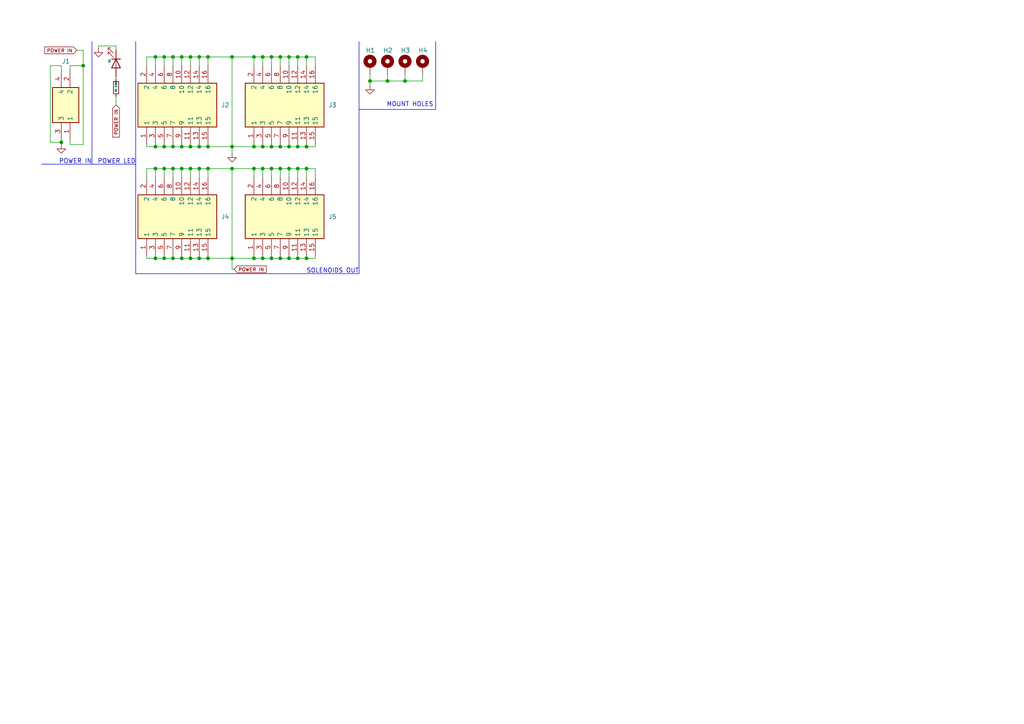
<source format=kicad_sch>
(kicad_sch (version 20230121) (generator eeschema)
  (paper "A4")
  (lib_symbols
    (symbol "Device:LED" (pin_numbers hide) (pin_names (offset 1.016) hide)
      (property "Reference" "D" (at 0 2.54 0))
      (property "Value" "LED" (at 0 -2.54 0))
      (symbol "LED_0_1"
        (polyline (pts (xy -1.27 -1.27) (xy -1.27 1.27)) (stroke (width 0.254)))
        (polyline (pts (xy -1.27 0) (xy 1.27 0)))
        (polyline (pts (xy 1.27 -1.27) (xy 1.27 1.27) (xy -1.27 0) (xy 1.27 -1.27)) (stroke (width 0.254)))
        (polyline (pts (xy -3.048 -0.762) (xy -4.572 -2.286) (xy -3.81 -2.286) (xy -4.572 -2.286) (xy -4.572 -1.524)))
        (polyline (pts (xy -1.778 -0.762) (xy -3.302 -2.286) (xy -2.54 -2.286) (xy -3.302 -2.286) (xy -3.302 -1.524)))
      )
      (symbol "LED_1_1"
        (pin passive line (at -3.81 0 0) (length 2.54) (name "K") (number "1"))
        (pin passive line (at 3.81 0 180) (length 2.54) (name "A") (number "2"))
      )
    )
    (symbol "Device:R_Small" (pin_numbers hide) (pin_names (offset 0.254) hide)
      (property "Reference" "R" (at 0.762 0.508 0))
      (property "Value" "R_Small" (at 0.762 -1.016 0))
      (symbol "R_Small_0_1"
        (rectangle (start -0.762 1.778) (end 0.762 -1.778) (stroke (width 0.2032)))
      )
      (symbol "R_Small_1_1"
        (pin passive line (at 0 2.54 270) (length 0.762) (name "~") (number "1"))
        (pin passive line (at 0 -2.54 90) (length 0.762) (name "~") (number "2"))
      )
    )
    (symbol "Mechanical:MountingHole_Pad" (pin_numbers hide) (pin_names (offset 1.016) hide)
      (property "Reference" "H" (at 0 6.35 0))
      (property "Value" "MountingHole_Pad" (at 0 4.445 0))
      (symbol "MountingHole_Pad_0_1"
        (circle (center 0 1.27) (radius 1.27) (stroke (width 1.27)))
      )
      (symbol "MountingHole_Pad_1_1"
        (pin input line (at 0 -2.54 90) (length 2.54) (name "1") (number "1"))
      )
    )
    (symbol "TBLH10V-350-02BK:TBLH10V-350-02BK"
      (property "Reference" "J" (at 16.51 7.62 0))
      (property "Value" "TBLH10V-350-02BK" (at 16.51 5.08 0))
      (symbol "TBLH10V-350-02BK_1_1"
        (rectangle (start 5.08 2.54) (end 15.24 -5.08) (stroke (width 0.254)) (fill (type background)))
        (pin passive line (at 0 0 0) (length 5.08) (name "1") (number "1"))
        (pin passive line (at 20.32 0 180) (length 5.08) (name "2") (number "2"))
        (pin passive line (at 0 -2.54 0) (length 5.08) (name "3") (number "3"))
        (pin passive line (at 20.32 -2.54 180) (length 5.08) (name "4") (number "4"))
      )
    )
    (symbol "TBLH10V-350-08BK:TBLH10V-350-08BK"
      (property "Reference" "J" (at 19.05 7.62 0))
      (property "Value" "TBLH10V-350-08BK" (at 19.05 5.08 0))
      (symbol "TBLH10V-350-08BK_1_1"
        (rectangle (start 5.08 2.54) (end 17.78 -20.32) (stroke (width 0.254)) (fill (type background)))
        (pin passive line (at 0 0 0) (length 5.08) (name "1") (number "1"))
        (pin passive line (at 22.86 -10.16 180) (length 5.08) (name "10") (number "10"))
        (pin passive line (at 0 -12.7 0) (length 5.08) (name "11") (number "11"))
        (pin passive line (at 22.86 -12.7 180) (length 5.08) (name "12") (number "12"))
        (pin passive line (at 0 -15.24 0) (length 5.08) (name "13") (number "13"))
        (pin passive line (at 22.86 -15.24 180) (length 5.08) (name "14") (number "14"))
        (pin passive line (at 0 -17.78 0) (length 5.08) (name "15") (number "15"))
        (pin passive line (at 22.86 -17.78 180) (length 5.08) (name "16") (number "16"))
        (pin passive line (at 22.86 0 180) (length 5.08) (name "2") (number "2"))
        (pin passive line (at 0 -2.54 0) (length 5.08) (name "3") (number "3"))
        (pin passive line (at 22.86 -2.54 180) (length 5.08) (name "4") (number "4"))
        (pin passive line (at 0 -5.08 0) (length 5.08) (name "5") (number "5"))
        (pin passive line (at 22.86 -5.08 180) (length 5.08) (name "6") (number "6"))
        (pin passive line (at 0 -7.62 0) (length 5.08) (name "7") (number "7"))
        (pin passive line (at 22.86 -7.62 180) (length 5.08) (name "8") (number "8"))
        (pin passive line (at 0 -10.16 0) (length 5.08) (name "9") (number "9"))
      )
    )
    (symbol "power:GND" (power) (pin_names (offset 0))
      (property "Value" "GND" (at 0 -3.81 0))
      (symbol "GND_0_1"
        (polyline (pts (xy 0 0) (xy 0 -1.27) (xy 1.27 -1.27) (xy 0 -2.54) (xy -1.27 -1.27) (xy 0 -1.27)))
      )
      (symbol "GND_1_1"
        (pin power_in line (at 0 0 270) (length 0) hide (name "GND") (number "1"))
      )
    )
  )
  (junction (at 60.325 48.895))
  (junction (at 55.245 48.895))
  (junction (at 67.31 74.93))
  (junction (at 52.705 74.93))
  (junction (at 86.36 16.51))
  (junction (at 88.9 42.545))
  (junction (at 81.28 74.93))
  (junction (at 83.82 42.545))
  (junction (at 78.74 74.93))
  (junction (at 17.78 41.275))
  (junction (at 67.31 42.545))
  (junction (at 52.705 16.51))
  (junction (at 55.245 16.51))
  (junction (at 88.9 48.895))
  (junction (at 57.785 74.93))
  (junction (at 117.475 23.495))
  (junction (at 78.74 42.545))
  (junction (at 76.2 48.895))
  (junction (at 52.705 48.895))
  (junction (at 86.36 42.545))
  (junction (at 45.085 42.545))
  (junction (at 112.395 23.495))
  (junction (at 81.28 48.895))
  (junction (at 45.085 48.895))
  (junction (at 83.82 48.895))
  (junction (at 88.9 16.51))
  (junction (at 47.625 42.545))
  (junction (at 78.74 16.51))
  (junction (at 76.2 42.545))
  (junction (at 47.625 16.51))
  (junction (at 67.31 16.51))
  (junction (at 45.085 16.51))
  (junction (at 73.66 42.545))
  (junction (at 50.165 16.51))
  (junction (at 107.315 23.495))
  (junction (at 47.625 74.93))
  (junction (at 78.74 48.895))
  (junction (at 50.165 42.545))
  (junction (at 50.165 48.895))
  (junction (at 57.785 42.545))
  (junction (at 83.82 16.51))
  (junction (at 60.325 42.545))
  (junction (at 60.325 16.51))
  (junction (at 67.31 48.895))
  (junction (at 81.28 42.545))
  (junction (at 47.625 48.895))
  (junction (at 57.785 16.51))
  (junction (at 81.28 16.51))
  (junction (at 76.2 16.51))
  (junction (at 52.705 42.545))
  (junction (at 76.2 74.93))
  (junction (at 45.085 74.93))
  (junction (at 73.66 16.51))
  (junction (at 24.13 19.05))
  (junction (at 88.9 74.93))
  (junction (at 83.82 74.93))
  (junction (at 86.36 48.895))
  (junction (at 55.245 74.93))
  (junction (at 73.66 74.93))
  (junction (at 86.36 74.93))
  (junction (at 60.325 74.93))
  (junction (at 50.165 74.93))
  (junction (at 57.785 48.895))
  (junction (at 73.66 48.895))
  (junction (at 55.245 42.545))
  (wire (pts (xy 55.245 42.545) (xy 57.785 42.545)))
  (wire (pts (xy 60.325 41.91) (xy 60.325 42.545)))
  (wire (pts (xy 73.66 48.895) (xy 67.31 48.895)))
  (wire (pts (xy 45.085 51.435) (xy 45.085 48.895)))
  (wire (pts (xy 60.325 74.93) (xy 67.31 74.93)))
  (wire (pts (xy 60.325 16.51) (xy 67.31 16.51)))
  (wire (pts (xy 83.82 74.295) (xy 83.82 74.93)))
  (wire (pts (xy 78.74 16.51) (xy 78.74 19.05)))
  (wire (pts (xy 78.74 16.51) (xy 76.2 16.51)))
  (wire (pts (xy 60.325 48.895) (xy 60.325 51.435)))
  (wire (pts (xy 78.74 74.93) (xy 81.28 74.93)))
  (wire (pts (xy 50.165 48.895) (xy 52.705 48.895)))
  (wire (pts (xy 52.705 74.93) (xy 55.245 74.93)))
  (wire (pts (xy 76.2 48.895) (xy 73.66 48.895)))
  (wire (pts (xy 60.325 42.545) (xy 67.31 42.545)))
  (wire (pts (xy 88.9 42.545) (xy 91.44 42.545)))
  (wire (pts (xy 50.165 48.895) (xy 50.165 51.435)))
  (wire (pts (xy 83.82 48.895) (xy 81.28 48.895)))
  (wire (pts (xy 117.475 21.59) (xy 117.475 23.495)))
  (wire (pts (xy 91.44 48.895) (xy 88.9 48.895)))
  (wire (pts (xy 47.625 16.51) (xy 50.165 16.51)))
  (wire (pts (xy 67.31 74.93) (xy 67.31 78.105)))
  (wire (pts (xy 47.625 16.51) (xy 47.625 19.05)))
  (wire (pts (xy 81.28 42.545) (xy 83.82 42.545)))
  (wire (pts (xy 24.13 41.91) (xy 24.13 19.05)))
  (wire (pts (xy 81.28 48.895) (xy 81.28 51.435)))
  (wire (pts (xy 83.82 74.93) (xy 86.36 74.93)))
  (polyline (pts (xy 39.37 79.375) (xy 39.37 47.625)))
  (wire (pts (xy 76.2 74.93) (xy 78.74 74.93)))
  (wire (pts (xy 45.085 48.895) (xy 47.625 48.895)))
  (wire (pts (xy 42.545 51.435) (xy 42.545 48.895)))
  (wire (pts (xy 57.785 74.93) (xy 60.325 74.93)))
  (wire (pts (xy 60.325 74.295) (xy 60.325 74.93)))
  (wire (pts (xy 50.165 41.91) (xy 50.165 42.545)))
  (wire (pts (xy 76.2 42.545) (xy 78.74 42.545)))
  (wire (pts (xy 45.085 19.05) (xy 45.085 16.51)))
  (wire (pts (xy 33.655 13.335) (xy 33.655 14.605)))
  (wire (pts (xy 42.545 16.51) (xy 45.085 16.51)))
  (polyline (pts (xy 104.14 31.75) (xy 126.365 31.75)))
  (wire (pts (xy 73.66 16.51) (xy 73.66 19.05)))
  (wire (pts (xy 55.245 41.91) (xy 55.245 42.545)))
  (wire (pts (xy 88.9 16.51) (xy 86.36 16.51)))
  (polyline (pts (xy 12.065 47.625) (xy 26.67 47.625)))
  (polyline (pts (xy 26.67 12.065) (xy 26.67 47.625)))
  (wire (pts (xy 28.575 13.335) (xy 28.575 13.97)))
  (wire (pts (xy 76.2 48.895) (xy 76.2 51.435)))
  (wire (pts (xy 20.32 20.32) (xy 20.32 19.05)))
  (wire (pts (xy 57.785 16.51) (xy 57.785 19.05)))
  (wire (pts (xy 55.245 74.295) (xy 55.245 74.93)))
  (wire (pts (xy 52.705 16.51) (xy 52.705 19.05)))
  (wire (pts (xy 73.66 16.51) (xy 67.31 16.51)))
  (wire (pts (xy 112.395 21.59) (xy 112.395 23.495)))
  (wire (pts (xy 20.32 19.05) (xy 24.13 19.05)))
  (wire (pts (xy 88.9 41.91) (xy 88.9 42.545)))
  (wire (pts (xy 55.245 48.895) (xy 57.785 48.895)))
  (wire (pts (xy 42.545 41.91) (xy 42.545 42.545)))
  (wire (pts (xy 42.545 42.545) (xy 45.085 42.545)))
  (wire (pts (xy 67.31 74.93) (xy 73.66 74.93)))
  (wire (pts (xy 86.36 74.93) (xy 88.9 74.93)))
  (wire (pts (xy 33.655 13.335) (xy 28.575 13.335)))
  (wire (pts (xy 73.66 74.295) (xy 73.66 74.93)))
  (wire (pts (xy 81.28 48.895) (xy 78.74 48.895)))
  (wire (pts (xy 81.28 16.51) (xy 81.28 19.05)))
  (wire (pts (xy 76.2 41.91) (xy 76.2 42.545)))
  (wire (pts (xy 14.605 41.275) (xy 17.78 41.275)))
  (wire (pts (xy 50.165 74.93) (xy 52.705 74.93)))
  (wire (pts (xy 86.36 74.295) (xy 86.36 74.93)))
  (wire (pts (xy 17.78 41.275) (xy 17.78 41.91)))
  (wire (pts (xy 42.545 74.93) (xy 45.085 74.93)))
  (wire (pts (xy 52.705 42.545) (xy 55.245 42.545)))
  (wire (pts (xy 42.545 48.895) (xy 45.085 48.895)))
  (wire (pts (xy 91.44 19.05) (xy 91.44 16.51)))
  (wire (pts (xy 55.245 74.93) (xy 57.785 74.93)))
  (wire (pts (xy 86.36 16.51) (xy 83.82 16.51)))
  (polyline (pts (xy 26.67 47.625) (xy 39.37 47.625)))
  (polyline (pts (xy 104.14 12.065) (xy 104.14 79.375)))
  (wire (pts (xy 73.66 41.91) (xy 73.66 42.545)))
  (wire (pts (xy 81.28 74.93) (xy 83.82 74.93)))
  (polyline (pts (xy 39.37 12.065) (xy 39.37 47.625)))
  (wire (pts (xy 42.545 74.295) (xy 42.545 74.93)))
  (wire (pts (xy 91.44 51.435) (xy 91.44 48.895)))
  (wire (pts (xy 17.78 40.64) (xy 17.78 41.275)))
  (wire (pts (xy 55.245 16.51) (xy 55.245 19.05)))
  (wire (pts (xy 17.78 19.05) (xy 14.605 19.05)))
  (wire (pts (xy 50.165 16.51) (xy 50.165 19.05)))
  (wire (pts (xy 50.165 74.295) (xy 50.165 74.93)))
  (wire (pts (xy 81.28 16.51) (xy 78.74 16.51)))
  (wire (pts (xy 52.705 48.895) (xy 52.705 51.435)))
  (wire (pts (xy 112.395 23.495) (xy 107.315 23.495)))
  (wire (pts (xy 57.785 48.895) (xy 60.325 48.895)))
  (wire (pts (xy 83.82 16.51) (xy 81.28 16.51)))
  (wire (pts (xy 57.785 41.91) (xy 57.785 42.545)))
  (wire (pts (xy 60.325 16.51) (xy 60.325 19.05)))
  (wire (pts (xy 24.13 14.605) (xy 22.225 14.605)))
  (wire (pts (xy 57.785 74.295) (xy 57.785 74.93)))
  (wire (pts (xy 17.78 19.05) (xy 17.78 20.32)))
  (wire (pts (xy 52.705 74.295) (xy 52.705 74.93)))
  (wire (pts (xy 67.31 16.51) (xy 67.31 42.545)))
  (wire (pts (xy 47.625 74.295) (xy 47.625 74.93)))
  (wire (pts (xy 122.555 21.59) (xy 122.555 23.495)))
  (wire (pts (xy 86.36 48.895) (xy 86.36 51.435)))
  (polyline (pts (xy 104.14 79.375) (xy 39.37 79.375)))
  (wire (pts (xy 117.475 23.495) (xy 122.555 23.495)))
  (wire (pts (xy 52.705 48.895) (xy 55.245 48.895)))
  (wire (pts (xy 47.625 48.895) (xy 50.165 48.895)))
  (wire (pts (xy 67.31 42.545) (xy 67.31 44.45)))
  (wire (pts (xy 91.44 16.51) (xy 88.9 16.51)))
  (wire (pts (xy 55.245 16.51) (xy 57.785 16.51)))
  (wire (pts (xy 86.36 16.51) (xy 86.36 19.05)))
  (wire (pts (xy 81.28 74.295) (xy 81.28 74.93)))
  (wire (pts (xy 78.74 41.91) (xy 78.74 42.545)))
  (wire (pts (xy 47.625 48.895) (xy 47.625 51.435)))
  (wire (pts (xy 50.165 42.545) (xy 52.705 42.545)))
  (wire (pts (xy 88.9 74.93) (xy 91.44 74.93)))
  (wire (pts (xy 73.66 48.895) (xy 73.66 51.435)))
  (wire (pts (xy 20.32 40.64) (xy 20.32 41.91)))
  (wire (pts (xy 73.66 42.545) (xy 76.2 42.545)))
  (wire (pts (xy 83.82 41.91) (xy 83.82 42.545)))
  (wire (pts (xy 67.31 48.895) (xy 67.31 74.93)))
  (wire (pts (xy 45.085 16.51) (xy 47.625 16.51)))
  (wire (pts (xy 88.9 48.895) (xy 88.9 51.435)))
  (wire (pts (xy 67.31 42.545) (xy 73.66 42.545)))
  (wire (pts (xy 45.085 42.545) (xy 47.625 42.545)))
  (wire (pts (xy 107.315 23.495) (xy 107.315 24.765)))
  (wire (pts (xy 112.395 23.495) (xy 117.475 23.495)))
  (wire (pts (xy 42.545 19.05) (xy 42.545 16.51)))
  (wire (pts (xy 88.9 48.895) (xy 86.36 48.895)))
  (wire (pts (xy 78.74 48.895) (xy 76.2 48.895)))
  (polyline (pts (xy 126.365 12.065) (xy 126.365 31.75)))
  (wire (pts (xy 52.705 41.91) (xy 52.705 42.545)))
  (wire (pts (xy 45.085 74.93) (xy 47.625 74.93)))
  (wire (pts (xy 78.74 42.545) (xy 81.28 42.545)))
  (wire (pts (xy 33.655 22.225) (xy 33.655 22.86)))
  (wire (pts (xy 83.82 48.895) (xy 83.82 51.435)))
  (wire (pts (xy 86.36 41.91) (xy 86.36 42.545)))
  (wire (pts (xy 91.44 41.91) (xy 91.44 42.545)))
  (polyline (pts (xy 39.37 47.625) (xy 39.37 47.625)))
  (wire (pts (xy 88.9 74.295) (xy 88.9 74.93)))
  (wire (pts (xy 86.36 42.545) (xy 88.9 42.545)))
  (wire (pts (xy 57.785 48.895) (xy 57.785 51.435)))
  (wire (pts (xy 45.085 41.91) (xy 45.085 42.545)))
  (wire (pts (xy 107.315 21.59) (xy 107.315 23.495)))
  (wire (pts (xy 57.785 42.545) (xy 60.325 42.545)))
  (wire (pts (xy 91.44 74.295) (xy 91.44 74.93)))
  (wire (pts (xy 67.31 78.105) (xy 67.945 78.105)))
  (wire (pts (xy 73.66 74.93) (xy 76.2 74.93)))
  (wire (pts (xy 50.165 16.51) (xy 52.705 16.51)))
  (wire (pts (xy 88.9 16.51) (xy 88.9 19.05)))
  (wire (pts (xy 45.085 74.295) (xy 45.085 74.93)))
  (wire (pts (xy 57.785 16.51) (xy 60.325 16.51)))
  (wire (pts (xy 76.2 16.51) (xy 76.2 19.05)))
  (wire (pts (xy 81.28 41.91) (xy 81.28 42.545)))
  (wire (pts (xy 78.74 74.295) (xy 78.74 74.93)))
  (wire (pts (xy 47.625 74.93) (xy 50.165 74.93)))
  (wire (pts (xy 83.82 16.51) (xy 83.82 19.05)))
  (wire (pts (xy 47.625 41.91) (xy 47.625 42.545)))
  (wire (pts (xy 20.32 41.91) (xy 24.13 41.91)))
  (wire (pts (xy 33.655 27.94) (xy 33.655 30.48)))
  (wire (pts (xy 24.13 19.05) (xy 24.13 14.605)))
  (wire (pts (xy 14.605 19.05) (xy 14.605 41.275)))
  (wire (pts (xy 52.705 16.51) (xy 55.245 16.51)))
  (wire (pts (xy 60.325 48.895) (xy 67.31 48.895)))
  (wire (pts (xy 55.245 48.895) (xy 55.245 51.435)))
  (wire (pts (xy 78.74 48.895) (xy 78.74 51.435)))
  (wire (pts (xy 76.2 16.51) (xy 73.66 16.51)))
  (wire (pts (xy 83.82 42.545) (xy 86.36 42.545)))
  (wire (pts (xy 47.625 42.545) (xy 50.165 42.545)))
  (wire (pts (xy 76.2 74.295) (xy 76.2 74.93)))
  (wire (pts (xy 86.36 48.895) (xy 83.82 48.895)))
  (text "MOUNT HOLES" (at 125.73 31.115 0) (effects (font (size 1.27 1.27)) (justify right bottom)))
  (text "POWER IN" (at 26.67 47.625 0) (effects (font (size 1.27 1.27)) (justify right bottom)))
  (text "POWER LED" (at 39.37 47.625 0) (effects (font (size 1.27 1.27)) (justify right bottom)))
  (text "SOLENOIDS OUT" (at 104.14 79.375 0) (effects (font (size 1.27 1.27)) (justify right bottom)))
  (global_label "POWER IN" (shape input) (at 22.225 14.605 180) (effects (font (size 1 1))) (property "Intersheetrefs" "${INTERSHEET_REFS}" (effects hide)))
  (global_label "POWER IN" (shape input) (at 33.655 30.48 270) (effects (font (size 1 1))) (property "Intersheetrefs" "${INTERSHEET_REFS}" (effects hide)))
  (global_label "POWER IN" (shape input) (at 67.945 78.105 0) (effects (font (size 1 1))) (property "Intersheetrefs" "${INTERSHEET_REFS}" (effects hide)))
  (symbol (lib_id "Mechanical:MountingHole_Pad") (at 122.555 19.05 0) (unit 1)
    (property "Reference" "H4" (at 121.285 14.605 0) (effects (justify left)))
    (property "Value" "MountingHole_Pad" (effects hide))
    (property "Footprint" "MountingHole:MountingHole_3.2mm_M3_DIN965_Pad_TopBottom" (effects hide))
  )
  (symbol (lib_id "power:GND") (at 28.575 13.97 0) (unit 1)
    (property "Reference" "#PWR0102" (effects hide))
    (property "Value" "GND" (effects hide))
  )
  (symbol (lib_id "TBLH10V-350-08BK:TBLH10V-350-08BK") (at 42.545 41.91 90) (unit 1)
    (property "Reference" "J2" (at 64.135 30.48 90) (effects (justify right)))
    (property "Value" "TBLH10V-350-08BK" (effects hide))
    (property "Footprint" "TBLH10V-350-08BK:RHDR16W80P550X350_2X8_2870X850X1420P" (effects hide))
    (property "Datasheet" "https://datasheet.datasheetarchive.com/originals/distributors/Datasheets_SAMA/62bf51551d5aebf1740722b2eb166d63.pdf" (effects hide))
    (property "Height" "14.2" (effects hide))
    (property "Mouser Part Number" "490-TBLH10V-350-08BK" (effects hide))
    (property "Mouser Price/Stock" "https://www.mouser.co.uk/ProductDetail/CUI-Devices/TBLH10V-350-08BK?qs=UXgszm6BlbG3AKcoQWgT3Q%3D%3D" (effects hide))
    (property "Manufacturer_Name" "CUI Devices" (effects hide))
    (property "Manufacturer_Part_Number" "TBLH10V-350-08BK" (effects hide))
  )
  (symbol (lib_id "Mechanical:MountingHole_Pad") (at 117.475 19.05 0) (unit 1)
    (property "Reference" "H3" (at 116.205 14.605 0) (effects (justify left)))
    (property "Value" "MountingHole_Pad" (effects hide))
    (property "Footprint" "MountingHole:MountingHole_3.2mm_M3_DIN965_Pad_TopBottom" (effects hide))
  )
  (symbol (lib_id "TBLH10V-350-08BK:TBLH10V-350-08BK") (at 73.66 74.295 90) (unit 1)
    (property "Reference" "J5" (at 95.25 62.865 90) (effects (justify right)))
    (property "Value" "TBLH10V-350-08BK" (effects hide))
    (property "Footprint" "TBLH10V-350-08BK:RHDR16W80P550X350_2X8_2870X850X1420P" (effects hide))
    (property "Datasheet" "https://datasheet.datasheetarchive.com/originals/distributors/Datasheets_SAMA/62bf51551d5aebf1740722b2eb166d63.pdf" (effects hide))
    (property "Height" "14.2" (effects hide))
    (property "Mouser Part Number" "490-TBLH10V-350-08BK" (effects hide))
    (property "Mouser Price/Stock" "https://www.mouser.co.uk/ProductDetail/CUI-Devices/TBLH10V-350-08BK?qs=UXgszm6BlbG3AKcoQWgT3Q%3D%3D" (effects hide))
    (property "Manufacturer_Name" "CUI Devices" (effects hide))
    (property "Manufacturer_Part_Number" "TBLH10V-350-08BK" (effects hide))
  )
  (symbol (lib_id "power:GND") (at 17.78 41.91 0) (unit 1)
    (property "Reference" "#PWR0101" (effects hide))
    (property "Value" "GND" (effects hide))
  )
  (symbol (lib_id "TBLH10V-350-08BK:TBLH10V-350-08BK") (at 73.66 41.91 90) (unit 1)
    (property "Reference" "J3" (at 95.25 30.48 90) (effects (justify right)))
    (property "Value" "TBLH10V-350-08BK" (effects hide))
    (property "Footprint" "TBLH10V-350-08BK:RHDR16W80P550X350_2X8_2870X850X1420P" (effects hide))
    (property "Datasheet" "https://datasheet.datasheetarchive.com/originals/distributors/Datasheets_SAMA/62bf51551d5aebf1740722b2eb166d63.pdf" (effects hide))
    (property "Height" "14.2" (effects hide))
    (property "Mouser Part Number" "490-TBLH10V-350-08BK" (effects hide))
    (property "Mouser Price/Stock" "https://www.mouser.co.uk/ProductDetail/CUI-Devices/TBLH10V-350-08BK?qs=UXgszm6BlbG3AKcoQWgT3Q%3D%3D" (effects hide))
    (property "Manufacturer_Name" "CUI Devices" (effects hide))
    (property "Manufacturer_Part_Number" "TBLH10V-350-08BK" (effects hide))
  )
  (symbol (lib_id "power:GND") (at 67.31 44.45 0) (mirror y) (unit 1)
    (property "Reference" "#PWR04" (effects hide))
    (property "Value" "GND" (effects hide))
  )
  (symbol (lib_id "TBLH10V-350-08BK:TBLH10V-350-08BK") (at 42.545 74.295 90) (unit 1)
    (property "Reference" "J4" (at 64.135 62.865 90) (effects (justify right)))
    (property "Value" "TBLH10V-350-08BK" (effects hide))
    (property "Footprint" "TBLH10V-350-08BK:RHDR16W80P550X350_2X8_2870X850X1420P" (effects hide))
    (property "Datasheet" "https://datasheet.datasheetarchive.com/originals/distributors/Datasheets_SAMA/62bf51551d5aebf1740722b2eb166d63.pdf" (effects hide))
    (property "Height" "14.2" (effects hide))
    (property "Mouser Part Number" "490-TBLH10V-350-08BK" (effects hide))
    (property "Mouser Price/Stock" "https://www.mouser.co.uk/ProductDetail/CUI-Devices/TBLH10V-350-08BK?qs=UXgszm6BlbG3AKcoQWgT3Q%3D%3D" (effects hide))
    (property "Manufacturer_Name" "CUI Devices" (effects hide))
    (property "Manufacturer_Part_Number" "TBLH10V-350-08BK" (effects hide))
  )
  (symbol (lib_id "Device:R_Small") (at 33.655 25.4 0) (unit 1)
    (property "Reference" "R1" (at 33.655 26.67 90) (effects (font (size 0.5 0.5)) (justify left)))
    (property "Value" "2.9K" (at 33.655 25.4 90) (effects (font (size 0.5 0.5)) (justify left)))
    (property "Footprint" "Resistor_THT:R_Axial_DIN0204_L3.6mm_D1.6mm_P5.08mm_Horizontal" (effects hide))
  )
  (symbol (lib_id "Mechanical:MountingHole_Pad") (at 107.315 19.05 0) (unit 1)
    (property "Reference" "H1" (at 106.045 14.605 0) (effects (justify left)))
    (property "Value" "MountingHole_Pad" (effects hide))
    (property "Footprint" "MountingHole:MountingHole_3.2mm_M3_DIN965_Pad_TopBottom" (effects hide))
  )
  (symbol (lib_id "Mechanical:MountingHole_Pad") (at 112.395 19.05 0) (unit 1)
    (property "Reference" "H2" (at 111.125 14.605 0) (effects (justify left)))
    (property "Value" "MountingHole_Pad" (effects hide))
    (property "Footprint" "MountingHole:MountingHole_3.2mm_M3_DIN965_Pad_TopBottom" (effects hide))
  )
  (symbol (lib_id "power:GND") (at 107.315 24.765 0) (unit 1)
    (property "Reference" "#PWR0111" (effects hide))
    (property "Value" "GND" (effects hide))
  )
  (symbol (lib_id "Device:LED") (at 33.655 18.415 270) (unit 1)
    (property "Reference" "D1" (at 31.75 17.145 0) (effects (font (size 0.5 0.5)) (justify left)))
    (property "Value" "LED" (effects hide))
    (property "Footprint" "LED_THT:LED_D3.0mm" (effects hide))
  )
  (symbol (lib_id "TBLH10V-350-02BK:TBLH10V-350-02BK") (at 20.32 40.64 270) (mirror x) (unit 1)
    (property "Reference" "J1" (at 20.32 17.78 90) (effects (justify right)))
    (property "Value" "TBLH10V-350-02BK" (effects hide))
    (property "Footprint" "TBLH10V-350-02BK:RHDR4W80P550X350_2X2_770X850X1420P" (effects hide))
    (property "Datasheet" "https://datasheet.datasheetarchive.com/originals/distributors/Datasheets_SAMA/62bf51551d5aebf1740722b2eb166d63.pdf" (effects hide))
    (property "Height" "14.2" (effects hide))
    (property "Mouser Part Number" "490-TBLH10V-350-02BK" (effects hide))
    (property "Mouser Price/Stock" "https://www.mouser.co.uk/ProductDetail/CUI-Devices/TBLH10V-350-02BK?qs=UXgszm6BlbHhb3E%252BatV8QQ%3D%3D" (effects hide))
    (property "Manufacturer_Name" "CUI Devices" (effects hide))
    (property "Manufacturer_Part_Number" "TBLH10V-350-02BK" (effects hide))
  )
)
</source>
